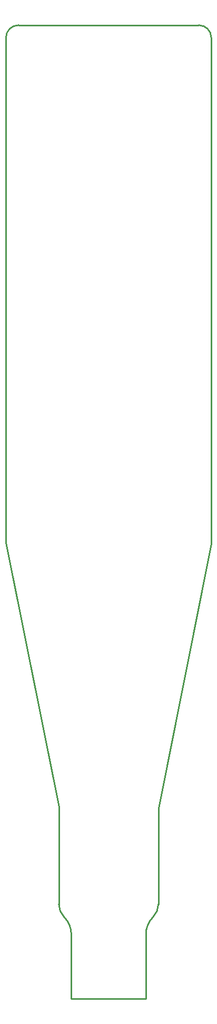
<source format=gbr>
G04 Layer_Color=16711935*
%FSLAX25Y25*%
%MOIN*%
%TF.FileFunction,Other,Mechanical_1*%
%TF.Part,Single*%
G01*
G75*
%TA.AperFunction,NonConductor*%
%ADD139C,0.01000*%
D139*
X-23622Y40841D02*
G03*
X-28150Y51772I-15458J0D01*
G01*
X-31496Y59851D02*
G03*
X-28150Y51772I11426J0D01*
G01*
X28150D02*
G03*
X31496Y59851I-8079J8079D01*
G01*
X28150Y51772D02*
G03*
X23622Y40841I10931J-10931D01*
G01*
X64961Y608268D02*
G03*
X57087Y616142I-7874J0D01*
G01*
X-57087D02*
G03*
X-64961Y608268I0J-7874D01*
G01*
Y606299D02*
Y608268D01*
X64961Y606299D02*
Y608268D01*
X-23622Y0D02*
Y40841D01*
X23622Y0D02*
Y40841D01*
X-31496Y59552D02*
Y121260D01*
X-23622Y0D02*
X23622D01*
X31496Y120866D02*
X64961Y288189D01*
X31496Y59852D02*
Y120866D01*
X-64961Y288583D02*
X-31496Y121260D01*
X64961Y288189D02*
Y606299D01*
X-57087Y616142D02*
X57087D01*
X-64961Y288583D02*
Y606299D01*
%TF.MD5,580c302b4f2028fbaf4fefef7c27ee5b*%
M02*

</source>
